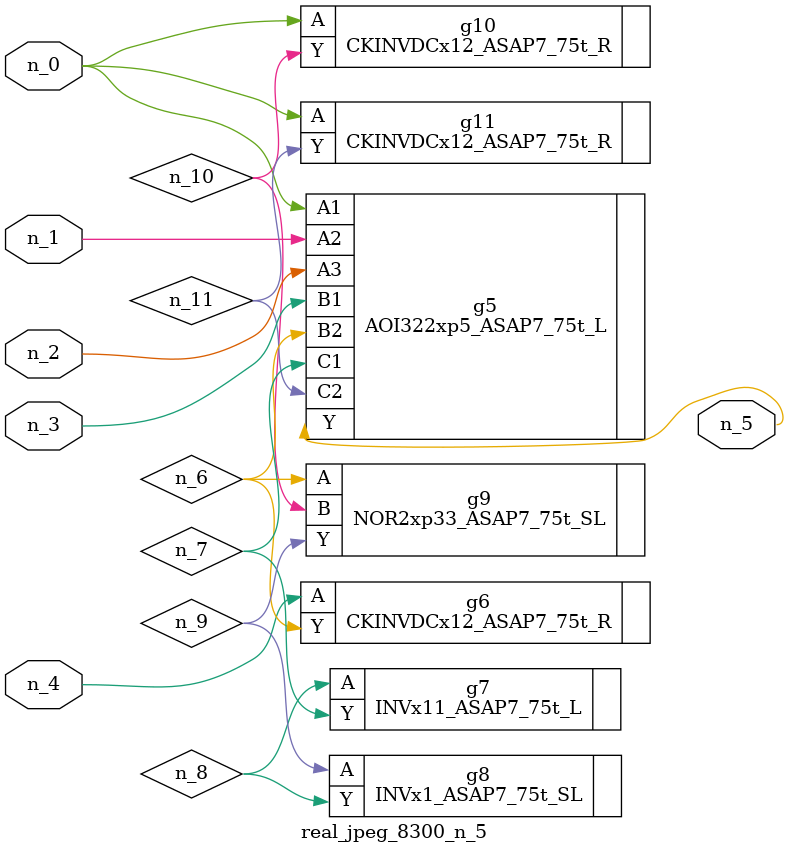
<source format=v>
module real_jpeg_8300_n_5 (n_4, n_0, n_1, n_2, n_3, n_5);

input n_4;
input n_0;
input n_1;
input n_2;
input n_3;

output n_5;

wire n_8;
wire n_11;
wire n_6;
wire n_7;
wire n_10;
wire n_9;

AOI322xp5_ASAP7_75t_L g5 ( 
.A1(n_0),
.A2(n_1),
.A3(n_2),
.B1(n_3),
.B2(n_6),
.C1(n_7),
.C2(n_11),
.Y(n_5)
);

CKINVDCx12_ASAP7_75t_R g10 ( 
.A(n_0),
.Y(n_10)
);

CKINVDCx12_ASAP7_75t_R g11 ( 
.A(n_0),
.Y(n_11)
);

CKINVDCx12_ASAP7_75t_R g6 ( 
.A(n_4),
.Y(n_6)
);

NOR2xp33_ASAP7_75t_SL g9 ( 
.A(n_6),
.B(n_10),
.Y(n_9)
);

INVx11_ASAP7_75t_L g7 ( 
.A(n_8),
.Y(n_7)
);

INVx1_ASAP7_75t_SL g8 ( 
.A(n_9),
.Y(n_8)
);


endmodule
</source>
